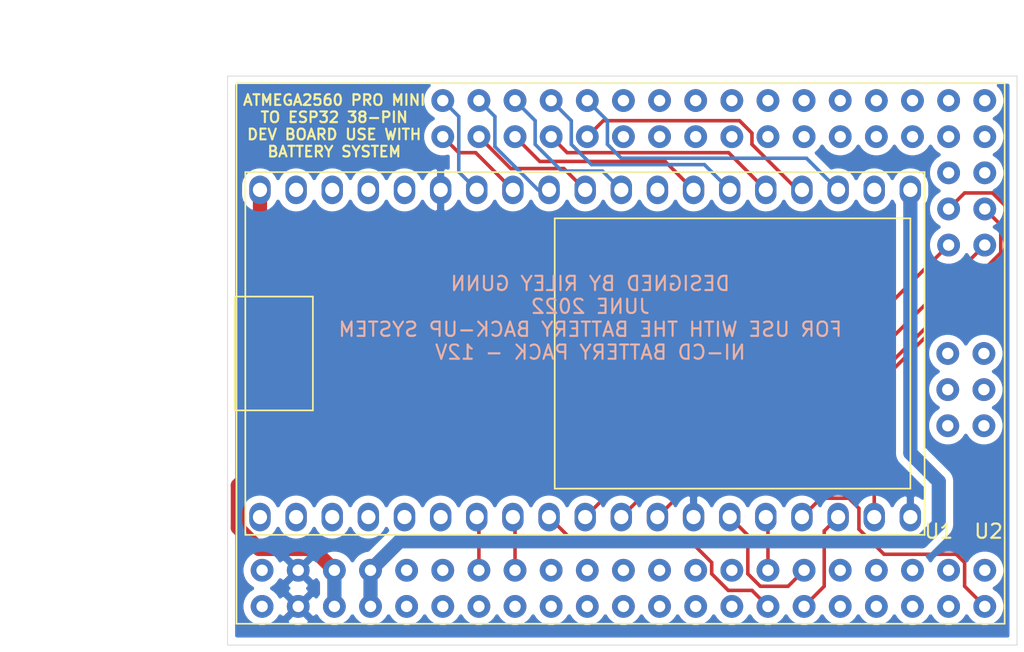
<source format=kicad_pcb>
(kicad_pcb (version 20171130) (host pcbnew "(5.1.6)-1")

  (general
    (thickness 1.6)
    (drawings 6)
    (tracks 101)
    (zones 0)
    (modules 2)
    (nets 96)
  )

  (page A4)
  (layers
    (0 F.Cu signal)
    (31 B.Cu signal)
    (32 B.Adhes user)
    (33 F.Adhes user)
    (34 B.Paste user)
    (35 F.Paste user)
    (36 B.SilkS user)
    (37 F.SilkS user)
    (38 B.Mask user)
    (39 F.Mask user)
    (40 Dwgs.User user)
    (41 Cmts.User user)
    (42 Eco1.User user)
    (43 Eco2.User user)
    (44 Edge.Cuts user)
    (45 Margin user)
    (46 B.CrtYd user)
    (47 F.CrtYd user)
    (48 B.Fab user)
    (49 F.Fab user)
  )

  (setup
    (last_trace_width 0.25)
    (trace_clearance 0.2)
    (zone_clearance 0.508)
    (zone_45_only no)
    (trace_min 0.2)
    (via_size 0.8)
    (via_drill 0.4)
    (via_min_size 0.4)
    (via_min_drill 0.3)
    (uvia_size 0.3)
    (uvia_drill 0.1)
    (uvias_allowed no)
    (uvia_min_size 0.2)
    (uvia_min_drill 0.1)
    (edge_width 0.05)
    (segment_width 0.2)
    (pcb_text_width 0.3)
    (pcb_text_size 1.5 1.5)
    (mod_edge_width 0.12)
    (mod_text_size 1 1)
    (mod_text_width 0.15)
    (pad_size 1.524 1.524)
    (pad_drill 0.762)
    (pad_to_mask_clearance 0.05)
    (aux_axis_origin 0 0)
    (visible_elements FFFFFF7F)
    (pcbplotparams
      (layerselection 0x010fc_ffffffff)
      (usegerberextensions false)
      (usegerberattributes true)
      (usegerberadvancedattributes true)
      (creategerberjobfile true)
      (excludeedgelayer true)
      (linewidth 0.100000)
      (plotframeref false)
      (viasonmask false)
      (mode 1)
      (useauxorigin false)
      (hpglpennumber 1)
      (hpglpenspeed 20)
      (hpglpendiameter 15.000000)
      (psnegative false)
      (psa4output false)
      (plotreference true)
      (plotvalue true)
      (plotinvisibletext false)
      (padsonsilk false)
      (subtractmaskfromsilk false)
      (outputformat 1)
      (mirror false)
      (drillshape 0)
      (scaleselection 1)
      (outputdirectory "GERBERS/"))
  )

  (net 0 "")
  (net 1 SCL)
  (net 2 SDA)
  (net 3 GND)
  (net 4 MISO)
  (net 5 SCK)
  (net 6 CS)
  (net 7 "Net-(U1-Pad25)")
  (net 8 EXTERNAL_INTERRUPT)
  (net 9 CHARGE_CONTROL_SIGNAL)
  (net 10 BUS_CONNECT_SIGNAL)
  (net 11 DATA)
  (net 12 STATUS_CHECK)
  (net 13 5V)
  (net 14 "Net-(U1-Pad18)")
  (net 15 "Net-(U1-Pad17)")
  (net 16 "Net-(U1-Pad16)")
  (net 17 "Net-(U1-Pad15)")
  (net 18 A9)
  (net 19 A8)
  (net 20 A7)
  (net 21 A6)
  (net 22 A5)
  (net 23 A4)
  (net 24 A3)
  (net 25 A2)
  (net 26 A1)
  (net 27 A0)
  (net 28 "Net-(U1-Pad2)")
  (net 29 3V3)
  (net 30 "Net-(U2-Pad74)")
  (net 31 "Net-(U2-Pad73)")
  (net 32 "Net-(U2-Pad72)")
  (net 33 "Net-(U2-Pad71)")
  (net 34 "Net-(U2-Pad70)")
  (net 35 "Net-(U2-Pad69)")
  (net 36 "Net-(U2-Pad68)")
  (net 37 "Net-(U2-Pad67)")
  (net 38 "Net-(U2-Pad66)")
  (net 39 "Net-(U2-Pad65)")
  (net 40 "Net-(U2-Pad64)")
  (net 41 "Net-(U2-Pad63)")
  (net 42 "Net-(U2-Pad62)")
  (net 43 "Net-(U2-Pad61)")
  (net 44 "Net-(U2-Pad60)")
  (net 45 "Net-(U2-Pad59)")
  (net 46 A15)
  (net 47 "Net-(U2-Pad57)")
  (net 48 "Net-(U2-Pad56)")
  (net 49 "Net-(U2-Pad55)")
  (net 50 "Net-(U2-Pad54)")
  (net 51 "Net-(U2-Pad53)")
  (net 52 "Net-(U2-Pad41)")
  (net 53 "Net-(U2-Pad40)")
  (net 54 "Net-(U2-Pad39)")
  (net 55 "Net-(U2-Pad38)")
  (net 56 "Net-(U2-Pad37)")
  (net 57 "Net-(U2-Pad36)")
  (net 58 "Net-(U2-Pad35)")
  (net 59 "Net-(U2-Pad34)")
  (net 60 "Net-(U2-Pad33)")
  (net 61 "Net-(U2-Pad28)")
  (net 62 "Net-(U2-Pad27)")
  (net 63 "Net-(U2-Pad26)")
  (net 64 "Net-(U2-Pad25)")
  (net 65 "Net-(U2-Pad24)")
  (net 66 "Net-(U2-Pad23)")
  (net 67 "Net-(U2-Pad22)")
  (net 68 "Net-(U2-Pad21)")
  (net 69 "Net-(U2-Pad20)")
  (net 70 "Net-(U2-Pad19)")
  (net 71 D7)
  (net 72 D6)
  (net 73 "Net-(U2-Pad16)")
  (net 74 "Net-(U2-Pad14)")
  (net 75 "Net-(U2-Pad12)")
  (net 76 "Net-(U2-Pad11)")
  (net 77 "Net-(U2-Pad10)")
  (net 78 AREF)
  (net 79 "Net-(U2-Pad2)")
  (net 80 "Net-(U2-Pad85)")
  (net 81 "Net-(U2-Pad83)")
  (net 82 "Net-(U2-Pad81)")
  (net 83 "Net-(U2-Pad86)")
  (net 84 "Net-(U2-Pad84)")
  (net 85 "Net-(U2-Pad82)")
  (net 86 "Net-(U2-Pad75)")
  (net 87 MOSI)
  (net 88 "Net-(U2-Pad76)")
  (net 89 "Net-(U2-Pad1)")
  (net 90 "Net-(U1-Pad8)")
  (net 91 "Net-(U1-Pad24)")
  (net 92 "Net-(U1-Pad23)")
  (net 93 "Net-(U1-Pad22)")
  (net 94 "Net-(U1-Pad21)")
  (net 95 "Net-(U1-Pad20)")

  (net_class Default "This is the default net class."
    (clearance 0.2)
    (trace_width 0.25)
    (via_dia 0.8)
    (via_drill 0.4)
    (uvia_dia 0.3)
    (uvia_drill 0.1)
    (add_net A0)
    (add_net A1)
    (add_net A15)
    (add_net A2)
    (add_net A3)
    (add_net A4)
    (add_net A5)
    (add_net A6)
    (add_net A7)
    (add_net A8)
    (add_net A9)
    (add_net AREF)
    (add_net BUS_CONNECT_SIGNAL)
    (add_net CHARGE_CONTROL_SIGNAL)
    (add_net CS)
    (add_net D6)
    (add_net D7)
    (add_net DATA)
    (add_net EXTERNAL_INTERRUPT)
    (add_net GND)
    (add_net MISO)
    (add_net MOSI)
    (add_net "Net-(U1-Pad15)")
    (add_net "Net-(U1-Pad16)")
    (add_net "Net-(U1-Pad17)")
    (add_net "Net-(U1-Pad18)")
    (add_net "Net-(U1-Pad2)")
    (add_net "Net-(U1-Pad20)")
    (add_net "Net-(U1-Pad21)")
    (add_net "Net-(U1-Pad22)")
    (add_net "Net-(U1-Pad23)")
    (add_net "Net-(U1-Pad24)")
    (add_net "Net-(U1-Pad25)")
    (add_net "Net-(U1-Pad8)")
    (add_net "Net-(U2-Pad1)")
    (add_net "Net-(U2-Pad10)")
    (add_net "Net-(U2-Pad11)")
    (add_net "Net-(U2-Pad12)")
    (add_net "Net-(U2-Pad14)")
    (add_net "Net-(U2-Pad16)")
    (add_net "Net-(U2-Pad19)")
    (add_net "Net-(U2-Pad2)")
    (add_net "Net-(U2-Pad20)")
    (add_net "Net-(U2-Pad21)")
    (add_net "Net-(U2-Pad22)")
    (add_net "Net-(U2-Pad23)")
    (add_net "Net-(U2-Pad24)")
    (add_net "Net-(U2-Pad25)")
    (add_net "Net-(U2-Pad26)")
    (add_net "Net-(U2-Pad27)")
    (add_net "Net-(U2-Pad28)")
    (add_net "Net-(U2-Pad33)")
    (add_net "Net-(U2-Pad34)")
    (add_net "Net-(U2-Pad35)")
    (add_net "Net-(U2-Pad36)")
    (add_net "Net-(U2-Pad37)")
    (add_net "Net-(U2-Pad38)")
    (add_net "Net-(U2-Pad39)")
    (add_net "Net-(U2-Pad40)")
    (add_net "Net-(U2-Pad41)")
    (add_net "Net-(U2-Pad53)")
    (add_net "Net-(U2-Pad54)")
    (add_net "Net-(U2-Pad55)")
    (add_net "Net-(U2-Pad56)")
    (add_net "Net-(U2-Pad57)")
    (add_net "Net-(U2-Pad59)")
    (add_net "Net-(U2-Pad60)")
    (add_net "Net-(U2-Pad61)")
    (add_net "Net-(U2-Pad62)")
    (add_net "Net-(U2-Pad63)")
    (add_net "Net-(U2-Pad64)")
    (add_net "Net-(U2-Pad65)")
    (add_net "Net-(U2-Pad66)")
    (add_net "Net-(U2-Pad67)")
    (add_net "Net-(U2-Pad68)")
    (add_net "Net-(U2-Pad69)")
    (add_net "Net-(U2-Pad70)")
    (add_net "Net-(U2-Pad71)")
    (add_net "Net-(U2-Pad72)")
    (add_net "Net-(U2-Pad73)")
    (add_net "Net-(U2-Pad74)")
    (add_net "Net-(U2-Pad75)")
    (add_net "Net-(U2-Pad76)")
    (add_net "Net-(U2-Pad81)")
    (add_net "Net-(U2-Pad82)")
    (add_net "Net-(U2-Pad83)")
    (add_net "Net-(U2-Pad84)")
    (add_net "Net-(U2-Pad85)")
    (add_net "Net-(U2-Pad86)")
    (add_net SCK)
    (add_net SCL)
    (add_net SDA)
    (add_net STATUS_CHECK)
  )

  (net_class POWER ""
    (clearance 0.2)
    (trace_width 1)
    (via_dia 0.8)
    (via_drill 0.4)
    (uvia_dia 0.3)
    (uvia_drill 0.1)
    (add_net 3V3)
    (add_net 5V)
  )

  (module "ESP32 Adapter Board:ESP32_38PIN" (layer F.Cu) (tedit 62BC8DEC) (tstamp 62BCA6B8)
    (at 187 60.5 270)
    (path /62BBB247)
    (fp_text reference U1 (at 24 -2 180) (layer F.SilkS)
      (effects (font (size 1 1) (thickness 0.15)))
    )
    (fp_text value ESP32_Dev_Board_38p (at 0 -3 90) (layer F.Fab)
      (effects (font (size 1 1) (thickness 0.15)))
    )
    (fp_line (start 7.5 47.5) (end 15.5 47.5) (layer F.SilkS) (width 0.12))
    (fp_line (start 7.5 42) (end 7.5 47.5) (layer F.SilkS) (width 0.12))
    (fp_line (start 15.5 42) (end 7.5 42) (layer F.SilkS) (width 0.12))
    (fp_line (start 15.5 47.5) (end 15.5 42) (layer F.SilkS) (width 0.12))
    (fp_line (start 21 0) (end 2 0) (layer F.SilkS) (width 0.12))
    (fp_line (start 21 25) (end 21 0) (layer F.SilkS) (width 0.12))
    (fp_line (start 2 25) (end 21 25) (layer F.SilkS) (width 0.12))
    (fp_line (start 2 0) (end 2 25) (layer F.SilkS) (width 0.12))
    (fp_line (start 24.25 -1) (end -1.25 -1) (layer F.SilkS) (width 0.12))
    (fp_line (start 24.25 46.75) (end 24.25 -1) (layer F.SilkS) (width 0.12))
    (fp_line (start -1.25 46.75) (end 24.25 46.75) (layer F.SilkS) (width 0.12))
    (fp_line (start -1.25 -1) (end -1.25 46.75) (layer F.SilkS) (width 0.12))
    (pad 38 thru_hole oval (at 23 0 270) (size 2 1.5) (drill 1) (layers *.Cu *.Mask)
      (net 3 GND))
    (pad 37 thru_hole oval (at 23 2.54 270) (size 2 1.5) (drill 1) (layers *.Cu *.Mask)
      (net 87 MOSI))
    (pad 36 thru_hole oval (at 23 5.08 270) (size 2 1.5) (drill 1) (layers *.Cu *.Mask)
      (net 1 SCL))
    (pad 35 thru_hole oval (at 23 7.62 270) (size 2 1.5) (drill 1) (layers *.Cu *.Mask)
      (net 10 BUS_CONNECT_SIGNAL))
    (pad 34 thru_hole oval (at 23 10.16 270) (size 2 1.5) (drill 1) (layers *.Cu *.Mask)
      (net 12 STATUS_CHECK))
    (pad 33 thru_hole oval (at 23 12.7 270) (size 2 1.5) (drill 1) (layers *.Cu *.Mask)
      (net 2 SDA))
    (pad 32 thru_hole oval (at 23 15.24 270) (size 2 1.5) (drill 1) (layers *.Cu *.Mask)
      (net 3 GND))
    (pad 31 thru_hole oval (at 23 17.78 270) (size 2 1.5) (drill 1) (layers *.Cu *.Mask)
      (net 4 MISO))
    (pad 30 thru_hole oval (at 23 20.32 270) (size 2 1.5) (drill 1) (layers *.Cu *.Mask)
      (net 5 SCK))
    (pad 29 thru_hole oval (at 23 22.86 270) (size 2 1.5) (drill 1) (layers *.Cu *.Mask)
      (net 6 CS))
    (pad 28 thru_hole oval (at 23 25.4 270) (size 2 1.5) (drill 1) (layers *.Cu *.Mask)
      (net 8 EXTERNAL_INTERRUPT))
    (pad 27 thru_hole oval (at 23 27.94 270) (size 2 1.5) (drill 1) (layers *.Cu *.Mask)
      (net 9 CHARGE_CONTROL_SIGNAL))
    (pad 26 thru_hole oval (at 23 30.48 270) (size 2 1.5) (drill 1) (layers *.Cu *.Mask)
      (net 11 DATA))
    (pad 25 thru_hole oval (at 23 33.02 270) (size 2 1.5) (drill 1) (layers *.Cu *.Mask)
      (net 7 "Net-(U1-Pad25)"))
    (pad 24 thru_hole oval (at 23 35.56 270) (size 2 1.5) (drill 1) (layers *.Cu *.Mask)
      (net 91 "Net-(U1-Pad24)"))
    (pad 23 thru_hole oval (at 23 38.1 270) (size 2 1.5) (drill 1) (layers *.Cu *.Mask)
      (net 92 "Net-(U1-Pad23)"))
    (pad 22 thru_hole oval (at 23 40.64 270) (size 2 1.5) (drill 1) (layers *.Cu *.Mask)
      (net 93 "Net-(U1-Pad22)"))
    (pad 21 thru_hole oval (at 23 43.18 270) (size 2 1.5) (drill 1) (layers *.Cu *.Mask)
      (net 94 "Net-(U1-Pad21)"))
    (pad 20 thru_hole oval (at 23 45.72 270) (size 2 1.5) (drill 1) (layers *.Cu *.Mask)
      (net 95 "Net-(U1-Pad20)"))
    (pad 19 thru_hole oval (at 0 45.72 270) (size 2 1.5) (drill 1) (layers *.Cu *.Mask)
      (net 13 5V))
    (pad 18 thru_hole oval (at 0 43.18 270) (size 2 1.5) (drill 1) (layers *.Cu *.Mask)
      (net 14 "Net-(U1-Pad18)"))
    (pad 17 thru_hole oval (at 0 40.64 270) (size 2 1.5) (drill 1) (layers *.Cu *.Mask)
      (net 15 "Net-(U1-Pad17)"))
    (pad 16 thru_hole oval (at 0 38.1 270) (size 2 1.5) (drill 1) (layers *.Cu *.Mask)
      (net 16 "Net-(U1-Pad16)"))
    (pad 15 thru_hole oval (at 0 35.56 270) (size 2 1.5) (drill 1) (layers *.Cu *.Mask)
      (net 17 "Net-(U1-Pad15)"))
    (pad 14 thru_hole oval (at 0 33.02 270) (size 2 1.5) (drill 1) (layers *.Cu *.Mask)
      (net 3 GND))
    (pad 13 thru_hole oval (at 0 30.48 270) (size 2 1.5) (drill 1) (layers *.Cu *.Mask)
      (net 27 A0))
    (pad 12 thru_hole oval (at 0 27.94 270) (size 2 1.5) (drill 1) (layers *.Cu *.Mask)
      (net 26 A1))
    (pad 11 thru_hole oval (at 0 25.4 270) (size 2 1.5) (drill 1) (layers *.Cu *.Mask)
      (net 25 A2))
    (pad 10 thru_hole oval (at 0 22.86 270) (size 2 1.5) (drill 1) (layers *.Cu *.Mask)
      (net 24 A3))
    (pad 9 thru_hole oval (at 0 20.32 270) (size 2 1.5) (drill 1) (layers *.Cu *.Mask)
      (net 23 A4))
    (pad 8 thru_hole oval (at 0 17.78 270) (size 2 1.5) (drill 1) (layers *.Cu *.Mask)
      (net 90 "Net-(U1-Pad8)"))
    (pad 7 thru_hole oval (at 0 15.24 270) (size 2 1.5) (drill 1) (layers *.Cu *.Mask)
      (net 22 A5))
    (pad 6 thru_hole oval (at 0 12.7 270) (size 2 1.5) (drill 1) (layers *.Cu *.Mask)
      (net 21 A6))
    (pad 5 thru_hole oval (at 0 10.16 270) (size 2 1.5) (drill 1) (layers *.Cu *.Mask)
      (net 20 A7))
    (pad 4 thru_hole oval (at 0 7.62 270) (size 2 1.5) (drill 1) (layers *.Cu *.Mask)
      (net 18 A9))
    (pad 3 thru_hole oval (at 0 5.08 270) (size 2 1.5) (drill 1) (layers *.Cu *.Mask)
      (net 19 A8))
    (pad 2 thru_hole oval (at 0 2.54 270) (size 2 1.5) (drill 1) (layers *.Cu *.Mask)
      (net 28 "Net-(U1-Pad2)"))
    (pad 1 thru_hole oval (at 0 0 270) (size 2 1.5) (drill 1) (layers *.Cu *.Mask)
      (net 29 3V3))
  )

  (module "NiCd Battery Tester:MEGA 2560 PRO MINI_NO_MOUNTS" (layer F.Cu) (tedit 6074C16F) (tstamp 62BCAE65)
    (at 139.629999 91)
    (path /62BB77F6)
    (fp_text reference U2 (at 52.870001 -6.5) (layer F.SilkS)
      (effects (font (size 1 1) (thickness 0.15)))
    )
    (fp_text value NiCd-Battery-Tester-PCB-Rev-3-rescue_MEGA_2560_PRO_MINI-NiCd_Battery_Tester (at 16 -43) (layer F.Fab)
      (effects (font (size 1 1) (thickness 0.15)))
    )
    (fp_line (start 0 0) (end 0 -38) (layer F.SilkS) (width 0.12))
    (fp_line (start 54 0) (end 0 0) (layer F.SilkS) (width 0.12))
    (fp_line (start 54 -38) (end 54 0) (layer F.SilkS) (width 0.12))
    (fp_line (start 0 -38) (end 54 -38) (layer F.SilkS) (width 0.12))
    (pad 74 thru_hole circle (at 52.6 -34.24) (size 1.6 1.6) (drill 0.8) (layers *.Cu *.Mask)
      (net 30 "Net-(U2-Pad74)"))
    (pad 73 thru_hole circle (at 52.6 -36.78) (size 1.6 1.6) (drill 0.8) (layers *.Cu *.Mask)
      (net 31 "Net-(U2-Pad73)"))
    (pad 72 thru_hole circle (at 50.06 -34.24) (size 1.6 1.6) (drill 0.8) (layers *.Cu *.Mask)
      (net 32 "Net-(U2-Pad72)"))
    (pad 71 thru_hole circle (at 50.06 -36.78) (size 1.6 1.6) (drill 0.8) (layers *.Cu *.Mask)
      (net 33 "Net-(U2-Pad71)"))
    (pad 70 thru_hole circle (at 47.52 -34.24) (size 1.6 1.6) (drill 0.8) (layers *.Cu *.Mask)
      (net 34 "Net-(U2-Pad70)"))
    (pad 69 thru_hole circle (at 47.52 -36.78) (size 1.6 1.6) (drill 0.8) (layers *.Cu *.Mask)
      (net 35 "Net-(U2-Pad69)"))
    (pad 68 thru_hole circle (at 44.98 -34.24) (size 1.6 1.6) (drill 0.8) (layers *.Cu *.Mask)
      (net 36 "Net-(U2-Pad68)"))
    (pad 67 thru_hole circle (at 44.98 -36.78) (size 1.6 1.6) (drill 0.8) (layers *.Cu *.Mask)
      (net 37 "Net-(U2-Pad67)"))
    (pad 66 thru_hole circle (at 42.44 -34.24) (size 1.6 1.6) (drill 0.8) (layers *.Cu *.Mask)
      (net 38 "Net-(U2-Pad66)"))
    (pad 65 thru_hole circle (at 42.44 -36.78) (size 1.6 1.6) (drill 0.8) (layers *.Cu *.Mask)
      (net 39 "Net-(U2-Pad65)"))
    (pad 64 thru_hole circle (at 39.9 -34.24) (size 1.6 1.6) (drill 0.8) (layers *.Cu *.Mask)
      (net 40 "Net-(U2-Pad64)"))
    (pad 63 thru_hole circle (at 39.9 -36.78) (size 1.6 1.6) (drill 0.8) (layers *.Cu *.Mask)
      (net 41 "Net-(U2-Pad63)"))
    (pad 62 thru_hole circle (at 37.36 -34.24) (size 1.6 1.6) (drill 0.8) (layers *.Cu *.Mask)
      (net 42 "Net-(U2-Pad62)"))
    (pad 61 thru_hole circle (at 37.36 -36.78) (size 1.6 1.6) (drill 0.8) (layers *.Cu *.Mask)
      (net 43 "Net-(U2-Pad61)"))
    (pad 60 thru_hole circle (at 34.82 -34.24) (size 1.6 1.6) (drill 0.8) (layers *.Cu *.Mask)
      (net 44 "Net-(U2-Pad60)"))
    (pad 59 thru_hole circle (at 34.82 -36.78) (size 1.6 1.6) (drill 0.8) (layers *.Cu *.Mask)
      (net 45 "Net-(U2-Pad59)"))
    (pad 58 thru_hole circle (at 32.28 -34.24) (size 1.6 1.6) (drill 0.8) (layers *.Cu *.Mask)
      (net 46 A15))
    (pad 57 thru_hole circle (at 32.28 -36.78) (size 1.6 1.6) (drill 0.8) (layers *.Cu *.Mask)
      (net 47 "Net-(U2-Pad57)"))
    (pad 56 thru_hole circle (at 29.74 -34.24) (size 1.6 1.6) (drill 0.8) (layers *.Cu *.Mask)
      (net 48 "Net-(U2-Pad56)"))
    (pad 55 thru_hole circle (at 29.74 -36.78) (size 1.6 1.6) (drill 0.8) (layers *.Cu *.Mask)
      (net 49 "Net-(U2-Pad55)"))
    (pad 54 thru_hole circle (at 27.2 -34.24) (size 1.6 1.6) (drill 0.8) (layers *.Cu *.Mask)
      (net 50 "Net-(U2-Pad54)"))
    (pad 53 thru_hole circle (at 27.2 -36.78) (size 1.6 1.6) (drill 0.8) (layers *.Cu *.Mask)
      (net 51 "Net-(U2-Pad53)"))
    (pad 52 thru_hole circle (at 24.66 -34.24) (size 1.6 1.6) (drill 0.8) (layers *.Cu *.Mask)
      (net 18 A9))
    (pad 51 thru_hole circle (at 24.66 -36.78) (size 1.6 1.6) (drill 0.8) (layers *.Cu *.Mask)
      (net 19 A8))
    (pad 50 thru_hole circle (at 22.12 -34.24) (size 1.6 1.6) (drill 0.8) (layers *.Cu *.Mask)
      (net 20 A7))
    (pad 49 thru_hole circle (at 22.12 -36.78) (size 1.6 1.6) (drill 0.8) (layers *.Cu *.Mask)
      (net 21 A6))
    (pad 48 thru_hole circle (at 19.58 -34.24) (size 1.6 1.6) (drill 0.8) (layers *.Cu *.Mask)
      (net 22 A5))
    (pad 47 thru_hole circle (at 19.58 -36.78) (size 1.6 1.6) (drill 0.8) (layers *.Cu *.Mask)
      (net 23 A4))
    (pad 46 thru_hole circle (at 17.04 -34.24) (size 1.6 1.6) (drill 0.8) (layers *.Cu *.Mask)
      (net 24 A3))
    (pad 45 thru_hole circle (at 17.04 -36.78) (size 1.6 1.6) (drill 0.8) (layers *.Cu *.Mask)
      (net 25 A2))
    (pad 44 thru_hole circle (at 14.5 -34.24) (size 1.6 1.6) (drill 0.8) (layers *.Cu *.Mask)
      (net 26 A1))
    (pad 42 thru_hole circle (at 52.6 -1.22) (size 1.6 1.6) (drill 0.8) (layers *.Cu *.Mask)
      (net 10 BUS_CONNECT_SIGNAL))
    (pad 41 thru_hole circle (at 52.6 -3.76) (size 1.6 1.6) (drill 0.8) (layers *.Cu *.Mask)
      (net 52 "Net-(U2-Pad41)"))
    (pad 40 thru_hole circle (at 50.06 -1.22) (size 1.6 1.6) (drill 0.8) (layers *.Cu *.Mask)
      (net 53 "Net-(U2-Pad40)"))
    (pad 39 thru_hole circle (at 50.06 -3.76) (size 1.6 1.6) (drill 0.8) (layers *.Cu *.Mask)
      (net 54 "Net-(U2-Pad39)"))
    (pad 38 thru_hole circle (at 47.52 -1.22) (size 1.6 1.6) (drill 0.8) (layers *.Cu *.Mask)
      (net 55 "Net-(U2-Pad38)"))
    (pad 37 thru_hole circle (at 47.52 -3.76) (size 1.6 1.6) (drill 0.8) (layers *.Cu *.Mask)
      (net 56 "Net-(U2-Pad37)"))
    (pad 36 thru_hole circle (at 44.98 -1.22) (size 1.6 1.6) (drill 0.8) (layers *.Cu *.Mask)
      (net 57 "Net-(U2-Pad36)"))
    (pad 35 thru_hole circle (at 44.98 -3.76) (size 1.6 1.6) (drill 0.8) (layers *.Cu *.Mask)
      (net 58 "Net-(U2-Pad35)"))
    (pad 34 thru_hole circle (at 42.44 -1.22) (size 1.6 1.6) (drill 0.8) (layers *.Cu *.Mask)
      (net 59 "Net-(U2-Pad34)"))
    (pad 33 thru_hole circle (at 42.44 -3.76) (size 1.6 1.6) (drill 0.8) (layers *.Cu *.Mask)
      (net 60 "Net-(U2-Pad33)"))
    (pad 32 thru_hole circle (at 39.9 -1.22) (size 1.6 1.6) (drill 0.8) (layers *.Cu *.Mask)
      (net 1 SCL))
    (pad 31 thru_hole circle (at 39.9 -3.76) (size 1.6 1.6) (drill 0.8) (layers *.Cu *.Mask)
      (net 2 SDA))
    (pad 30 thru_hole circle (at 37.36 -1.22) (size 1.6 1.6) (drill 0.8) (layers *.Cu *.Mask)
      (net 8 EXTERNAL_INTERRUPT))
    (pad 29 thru_hole circle (at 37.36 -3.76) (size 1.6 1.6) (drill 0.8) (layers *.Cu *.Mask)
      (net 12 STATUS_CHECK))
    (pad 28 thru_hole circle (at 34.82 -1.22) (size 1.6 1.6) (drill 0.8) (layers *.Cu *.Mask)
      (net 61 "Net-(U2-Pad28)"))
    (pad 27 thru_hole circle (at 34.82 -3.76) (size 1.6 1.6) (drill 0.8) (layers *.Cu *.Mask)
      (net 62 "Net-(U2-Pad27)"))
    (pad 26 thru_hole circle (at 32.28 -1.22) (size 1.6 1.6) (drill 0.8) (layers *.Cu *.Mask)
      (net 63 "Net-(U2-Pad26)"))
    (pad 25 thru_hole circle (at 32.28 -3.76) (size 1.6 1.6) (drill 0.8) (layers *.Cu *.Mask)
      (net 64 "Net-(U2-Pad25)"))
    (pad 24 thru_hole circle (at 29.74 -1.22) (size 1.6 1.6) (drill 0.8) (layers *.Cu *.Mask)
      (net 65 "Net-(U2-Pad24)"))
    (pad 23 thru_hole circle (at 29.74 -3.76) (size 1.6 1.6) (drill 0.8) (layers *.Cu *.Mask)
      (net 66 "Net-(U2-Pad23)"))
    (pad 22 thru_hole circle (at 27.2 -1.22) (size 1.6 1.6) (drill 0.8) (layers *.Cu *.Mask)
      (net 67 "Net-(U2-Pad22)"))
    (pad 21 thru_hole circle (at 27.2 -3.76) (size 1.6 1.6) (drill 0.8) (layers *.Cu *.Mask)
      (net 68 "Net-(U2-Pad21)"))
    (pad 20 thru_hole circle (at 24.66 -1.22) (size 1.6 1.6) (drill 0.8) (layers *.Cu *.Mask)
      (net 69 "Net-(U2-Pad20)"))
    (pad 19 thru_hole circle (at 24.66 -3.76) (size 1.6 1.6) (drill 0.8) (layers *.Cu *.Mask)
      (net 70 "Net-(U2-Pad19)"))
    (pad 18 thru_hole circle (at 22.12 -1.22) (size 1.6 1.6) (drill 0.8) (layers *.Cu *.Mask)
      (net 71 D7))
    (pad 17 thru_hole circle (at 22.12 -3.76) (size 1.6 1.6) (drill 0.8) (layers *.Cu *.Mask)
      (net 72 D6))
    (pad 16 thru_hole circle (at 19.58 -1.22) (size 1.6 1.6) (drill 0.8) (layers *.Cu *.Mask)
      (net 73 "Net-(U2-Pad16)"))
    (pad 15 thru_hole circle (at 19.58 -3.76) (size 1.6 1.6) (drill 0.8) (layers *.Cu *.Mask)
      (net 9 CHARGE_CONTROL_SIGNAL))
    (pad 14 thru_hole circle (at 17.04 -1.22) (size 1.6 1.6) (drill 0.8) (layers *.Cu *.Mask)
      (net 74 "Net-(U2-Pad14)"))
    (pad 13 thru_hole circle (at 17.04 -3.76) (size 1.6 1.6) (drill 0.8) (layers *.Cu *.Mask)
      (net 11 DATA))
    (pad 12 thru_hole circle (at 14.5 -1.22) (size 1.6 1.6) (drill 0.8) (layers *.Cu *.Mask)
      (net 75 "Net-(U2-Pad12)"))
    (pad 11 thru_hole circle (at 14.5 -3.76) (size 1.6 1.6) (drill 0.8) (layers *.Cu *.Mask)
      (net 76 "Net-(U2-Pad11)"))
    (pad 10 thru_hole circle (at 11.96 -1.22) (size 1.6 1.6) (drill 0.8) (layers *.Cu *.Mask)
      (net 77 "Net-(U2-Pad10)"))
    (pad 9 thru_hole circle (at 11.96 -3.76) (size 1.6 1.6) (drill 0.8) (layers *.Cu *.Mask)
      (net 78 AREF))
    (pad 8 thru_hole circle (at 9.42 -1.22) (size 1.6 1.6) (drill 0.8) (layers *.Cu *.Mask)
      (net 29 3V3))
    (pad 7 thru_hole circle (at 9.42 -3.76) (size 1.6 1.6) (drill 0.8) (layers *.Cu *.Mask)
      (net 29 3V3))
    (pad 6 thru_hole circle (at 6.88 -1.22) (size 1.6 1.6) (drill 0.8) (layers *.Cu *.Mask)
      (net 13 5V))
    (pad 5 thru_hole circle (at 6.88 -3.76) (size 1.6 1.6) (drill 0.8) (layers *.Cu *.Mask)
      (net 13 5V))
    (pad 4 thru_hole circle (at 4.34 -1.22) (size 1.6 1.6) (drill 0.8) (layers *.Cu *.Mask)
      (net 3 GND))
    (pad 3 thru_hole circle (at 4.34 -3.76) (size 1.6 1.6) (drill 0.8) (layers *.Cu *.Mask)
      (net 3 GND))
    (pad 2 thru_hole circle (at 1.8 -1.22) (size 1.6 1.6) (drill 0.8) (layers *.Cu *.Mask)
      (net 79 "Net-(U2-Pad2)"))
    (pad 85 thru_hole circle (at 52.54 -13.92) (size 1.6 1.6) (drill 0.8) (layers *.Cu *.Mask)
      (net 80 "Net-(U2-Pad85)"))
    (pad 83 thru_hole circle (at 52.54 -16.46) (size 1.6 1.6) (drill 0.8) (layers *.Cu *.Mask)
      (net 81 "Net-(U2-Pad83)"))
    (pad 81 thru_hole circle (at 52.54 -19) (size 1.6 1.6) (drill 0.8) (layers *.Cu *.Mask)
      (net 82 "Net-(U2-Pad81)"))
    (pad 86 thru_hole circle (at 50 -13.92) (size 1.6 1.6) (drill 0.8) (layers *.Cu *.Mask)
      (net 83 "Net-(U2-Pad86)"))
    (pad 84 thru_hole circle (at 50 -16.46) (size 1.6 1.6) (drill 0.8) (layers *.Cu *.Mask)
      (net 84 "Net-(U2-Pad84)"))
    (pad 82 thru_hole circle (at 50 -19) (size 1.6 1.6) (drill 0.8) (layers *.Cu *.Mask)
      (net 85 "Net-(U2-Pad82)"))
    (pad 79 thru_hole circle (at 52.6 -26.62) (size 1.6 1.6) (drill 0.8) (layers *.Cu *.Mask)
      (net 5 SCK))
    (pad 77 thru_hole circle (at 52.6 -29.16) (size 1.6 1.6) (drill 0.8) (layers *.Cu *.Mask)
      (net 4 MISO))
    (pad 75 thru_hole circle (at 52.6 -31.7) (size 1.6 1.6) (drill 0.8) (layers *.Cu *.Mask)
      (net 86 "Net-(U2-Pad75)"))
    (pad 80 thru_hole circle (at 50.06 -26.62) (size 1.6 1.6) (drill 0.8) (layers *.Cu *.Mask)
      (net 6 CS))
    (pad 78 thru_hole circle (at 50.06 -29.16) (size 1.6 1.6) (drill 0.8) (layers *.Cu *.Mask)
      (net 87 MOSI))
    (pad 76 thru_hole circle (at 50.06 -31.7) (size 1.6 1.6) (drill 0.8) (layers *.Cu *.Mask)
      (net 88 "Net-(U2-Pad76)"))
    (pad 43 thru_hole circle (at 14.5 -36.78) (size 1.6 1.6) (drill 0.8) (layers *.Cu *.Mask)
      (net 27 A0))
    (pad 1 thru_hole circle (at 1.8 -3.76) (size 1.6 1.6) (drill 0.8) (layers *.Cu *.Mask)
      (net 89 "Net-(U2-Pad1)"))
    (model ${KISYS3DMOD}/Connector_PinSocket_2.54mm.3dshapes/PinSocket_2x21_P2.54mm_Vertical.step
      (offset (xyz 52.54 1.27 0))
      (scale (xyz 1 1 1))
      (rotate (xyz 0 0 90))
    )
    (model ${KISYS3DMOD}/Connector_PinSocket_2.54mm.3dshapes/PinSocket_2x03_P2.54mm_Vertical.step
      (offset (xyz 52.54 19 0))
      (scale (xyz 1 1 1))
      (rotate (xyz 0 0 0))
    )
    (model ${KISYS3DMOD}/Connector_PinSocket_2.54mm.3dshapes/PinSocket_2x03_P2.54mm_Vertical.step
      (offset (xyz 52.54 31.8 0))
      (scale (xyz 1 1 1))
      (rotate (xyz 0 0 0))
    )
    (model ${KISYS3DMOD}/Connector_PinSocket_2.54mm.3dshapes/PinSocket_2x16_P2.54mm_Vertical.step
      (offset (xyz 52.54 34.2 0))
      (scale (xyz 1 1 1))
      (rotate (xyz 0 0 90))
    )
    (model ${KISYS3DMOD}/Connector_PinHeader_2.54mm.3dshapes/PinHeader_2x21_P2.54mm_Vertical.step
      (offset (xyz 1.7 3.8 10))
      (scale (xyz 1 1 1))
      (rotate (xyz 180 0 90))
    )
    (model "${KIPRJMOD}/3D Models/MEGA 2560 PRO (EMBED).stp"
      (offset (xyz 26.9 19 10.1))
      (scale (xyz 1 1 1))
      (rotate (xyz 0 0 -90))
    )
  )

  (gr_text "DESIGNED BY RILEY GUNN\nJUNE 2022\nFOR USE WITH THE BATTERY BACK-UP SYSTEM\nNI-CD BATTERY PACK - 12V\n" (at 164.5 69.5) (layer B.SilkS)
    (effects (font (size 1 1) (thickness 0.15)) (justify mirror))
  )
  (gr_text "ATMEGA2560 PRO MINI\nTO ESP32 38-PIN\nDEV BOARD USE WITH\nBATTERY SYSTEM" (at 146.5 56) (layer F.SilkS)
    (effects (font (size 0.75 0.75) (thickness 0.15)))
  )
  (gr_line (start 139 92.5) (end 194.5 92.5) (layer Edge.Cuts) (width 0.05) (tstamp 62BCA911))
  (gr_line (start 139 52.5) (end 139 92.5) (layer Edge.Cuts) (width 0.05))
  (gr_line (start 194.5 52.5) (end 139 52.5) (layer Edge.Cuts) (width 0.05))
  (gr_line (start 194.5 92.5) (end 194.5 52.5) (layer Edge.Cuts) (width 0.05))

  (segment (start 180.944998 88.365001) (end 179.529999 89.78) (width 0.25) (layer F.Cu) (net 1))
  (segment (start 180.944998 84.475002) (end 180.944998 88.365001) (width 0.25) (layer F.Cu) (net 1))
  (segment (start 181.92 83.5) (end 180.944998 84.475002) (width 0.25) (layer F.Cu) (net 1))
  (segment (start 176.449998 88.365001) (end 178.404998 88.365001) (width 0.25) (layer F.Cu) (net 2))
  (segment (start 178.404998 88.365001) (end 179.529999 87.24) (width 0.25) (layer F.Cu) (net 2))
  (segment (start 175.575 87.490003) (end 176.449998 88.365001) (width 0.25) (layer F.Cu) (net 2))
  (segment (start 175.575 84.775) (end 175.575 87.490003) (width 0.25) (layer F.Cu) (net 2))
  (segment (start 174.3 83.5) (end 175.575 84.775) (width 0.25) (layer F.Cu) (net 2))
  (segment (start 193.355 64.920001) (end 178.775001 79.5) (width 0.25) (layer F.Cu) (net 4))
  (segment (start 192.229999 61.84) (end 193.355 62.965001) (width 0.25) (layer F.Cu) (net 4))
  (segment (start 173.22 79.5) (end 169.22 83.5) (width 0.25) (layer F.Cu) (net 4))
  (segment (start 178.775001 79.5) (end 173.22 79.5) (width 0.25) (layer F.Cu) (net 4))
  (segment (start 193.355 62.965001) (end 193.355 64.920001) (width 0.25) (layer F.Cu) (net 4))
  (segment (start 192.229999 64.38) (end 178.609999 78) (width 0.25) (layer F.Cu) (net 5))
  (segment (start 172.18 78) (end 166.68 83.5) (width 0.25) (layer F.Cu) (net 5))
  (segment (start 178.609999 78) (end 172.18 78) (width 0.25) (layer F.Cu) (net 5))
  (segment (start 171.14 76.5) (end 164.14 83.5) (width 0.25) (layer F.Cu) (net 6))
  (segment (start 189.689999 64.38) (end 177.569999 76.5) (width 0.25) (layer F.Cu) (net 6))
  (segment (start 177.569999 76.5) (end 171.14 76.5) (width 0.25) (layer F.Cu) (net 6))
  (segment (start 162.92501 84.82501) (end 161.6 83.5) (width 0.25) (layer F.Cu) (net 8))
  (segment (start 173.035 86.699999) (end 171.160011 84.82501) (width 0.25) (layer F.Cu) (net 8))
  (segment (start 173.035 87.490003) (end 173.035 86.699999) (width 0.25) (layer F.Cu) (net 8))
  (segment (start 174.199996 88.654999) (end 173.035 87.490003) (width 0.25) (layer F.Cu) (net 8))
  (segment (start 175.864998 88.654999) (end 174.199996 88.654999) (width 0.25) (layer F.Cu) (net 8))
  (segment (start 171.160011 84.82501) (end 162.92501 84.82501) (width 0.25) (layer F.Cu) (net 8))
  (segment (start 176.989999 89.78) (end 175.864998 88.654999) (width 0.25) (layer F.Cu) (net 8))
  (segment (start 159.209999 83.649999) (end 159.06 83.5) (width 0.25) (layer F.Cu) (net 9))
  (segment (start 159.209999 87.24) (end 159.209999 83.649999) (width 0.25) (layer F.Cu) (net 9))
  (segment (start 190.815 86.699999) (end 190.815 88.365001) (width 0.25) (layer F.Cu) (net 10))
  (segment (start 190.815 88.365001) (end 192.229999 89.78) (width 0.25) (layer F.Cu) (net 10))
  (segment (start 185.15 86.114999) (end 190.23 86.114999) (width 0.25) (layer F.Cu) (net 10))
  (segment (start 183.38499 82.88499) (end 183.38499 84.349989) (width 0.25) (layer F.Cu) (net 10))
  (segment (start 182.67499 82.17499) (end 183.38499 82.88499) (width 0.25) (layer F.Cu) (net 10))
  (segment (start 190.23 86.114999) (end 190.815 86.699999) (width 0.25) (layer F.Cu) (net 10))
  (segment (start 183.38499 84.349989) (end 185.15 86.114999) (width 0.25) (layer F.Cu) (net 10))
  (segment (start 180.70501 82.17499) (end 182.67499 82.17499) (width 0.25) (layer F.Cu) (net 10))
  (segment (start 179.38 83.5) (end 180.70501 82.17499) (width 0.25) (layer F.Cu) (net 10))
  (segment (start 156.669999 83.649999) (end 156.52 83.5) (width 0.25) (layer F.Cu) (net 11))
  (segment (start 156.669999 87.24) (end 156.669999 83.649999) (width 0.25) (layer F.Cu) (net 11))
  (segment (start 176.989999 83.649999) (end 176.84 83.5) (width 0.25) (layer F.Cu) (net 12))
  (segment (start 176.989999 87.24) (end 176.989999 83.649999) (width 0.25) (layer F.Cu) (net 12))
  (segment (start 146.509999 89.78) (end 146.509999 87.24) (width 1) (layer B.Cu) (net 13))
  (segment (start 145.009998 85.739999) (end 141.219376 85.739999) (width 1) (layer F.Cu) (net 13))
  (segment (start 146.509999 87.24) (end 145.009998 85.739999) (width 1) (layer F.Cu) (net 13))
  (segment (start 141.28 79.72) (end 141.28 60.5) (width 1) (layer F.Cu) (net 13))
  (segment (start 141.219376 85.739999) (end 139.72501 84.245633) (width 1) (layer F.Cu) (net 13))
  (segment (start 139.72501 84.245633) (end 139.72501 81.27499) (width 1) (layer F.Cu) (net 13))
  (segment (start 139.72501 81.27499) (end 141.28 79.72) (width 1) (layer F.Cu) (net 13))
  (segment (start 179.064997 60.5) (end 179.38 60.5) (width 0.25) (layer F.Cu) (net 18))
  (segment (start 175.864998 56.509997) (end 175.864998 57.300001) (width 0.25) (layer F.Cu) (net 18))
  (segment (start 174.99 55.634999) (end 175.864998 56.509997) (width 0.25) (layer F.Cu) (net 18))
  (segment (start 165.415 55.634999) (end 174.99 55.634999) (width 0.25) (layer F.Cu) (net 18))
  (segment (start 175.864998 57.300001) (end 179.064997 60.5) (width 0.25) (layer F.Cu) (net 18))
  (segment (start 164.289999 56.76) (end 165.415 55.634999) (width 0.25) (layer F.Cu) (net 18))
  (segment (start 179.69497 58.27497) (end 181.92 60.5) (width 0.25) (layer B.Cu) (net 19))
  (segment (start 166.679967 58.27497) (end 179.69497 58.27497) (width 0.25) (layer B.Cu) (net 19))
  (segment (start 165.704998 57.300001) (end 166.679967 58.27497) (width 0.25) (layer B.Cu) (net 19))
  (segment (start 165.704998 55.634999) (end 165.704998 57.300001) (width 0.25) (layer B.Cu) (net 19))
  (segment (start 164.289999 54.22) (end 165.704998 55.634999) (width 0.25) (layer B.Cu) (net 19))
  (segment (start 174.225001 57.885001) (end 176.84 60.5) (width 0.25) (layer F.Cu) (net 20))
  (segment (start 162.875 57.885001) (end 174.225001 57.885001) (width 0.25) (layer F.Cu) (net 20))
  (segment (start 161.749999 56.76) (end 162.875 57.885001) (width 0.25) (layer F.Cu) (net 20))
  (segment (start 164.589977 58.72498) (end 172.52498 58.72498) (width 0.25) (layer B.Cu) (net 21))
  (segment (start 163.164998 57.300001) (end 164.589977 58.72498) (width 0.25) (layer B.Cu) (net 21))
  (segment (start 163.164998 55.634999) (end 163.164998 57.300001) (width 0.25) (layer B.Cu) (net 21))
  (segment (start 172.52498 58.72498) (end 174.3 60.5) (width 0.25) (layer B.Cu) (net 21))
  (segment (start 161.749999 54.22) (end 163.164998 55.634999) (width 0.25) (layer B.Cu) (net 21))
  (segment (start 159.209999 56.76) (end 160.949999 58.5) (width 0.25) (layer F.Cu) (net 22))
  (segment (start 169.76 58.5) (end 171.76 60.5) (width 0.25) (layer F.Cu) (net 22))
  (segment (start 160.949999 58.5) (end 169.76 58.5) (width 0.25) (layer F.Cu) (net 22))
  (segment (start 165.35499 59.17499) (end 166.68 60.5) (width 0.25) (layer B.Cu) (net 23))
  (segment (start 162.499987 59.17499) (end 165.35499 59.17499) (width 0.25) (layer B.Cu) (net 23))
  (segment (start 160.624998 57.300001) (end 162.499987 59.17499) (width 0.25) (layer B.Cu) (net 23))
  (segment (start 160.624998 55.634999) (end 160.624998 57.300001) (width 0.25) (layer B.Cu) (net 23))
  (segment (start 159.209999 54.22) (end 160.624998 55.634999) (width 0.25) (layer B.Cu) (net 23))
  (segment (start 162.64 59) (end 164.14 60.5) (width 0.25) (layer F.Cu) (net 24))
  (segment (start 156.669999 56.76) (end 158.909999 59) (width 0.25) (layer F.Cu) (net 24))
  (segment (start 158.909999 59) (end 162.64 59) (width 0.25) (layer F.Cu) (net 24))
  (segment (start 160.830293 60.5) (end 161.6 60.5) (width 0.25) (layer B.Cu) (net 25))
  (segment (start 157.795 57.464707) (end 160.830293 60.5) (width 0.25) (layer B.Cu) (net 25))
  (segment (start 157.795 55.345001) (end 157.795 57.464707) (width 0.25) (layer B.Cu) (net 25))
  (segment (start 156.669999 54.22) (end 157.795 55.345001) (width 0.25) (layer B.Cu) (net 25))
  (segment (start 156.445001 57.885001) (end 159.06 60.5) (width 0.25) (layer F.Cu) (net 26))
  (segment (start 155.255 57.885001) (end 156.445001 57.885001) (width 0.25) (layer F.Cu) (net 26))
  (segment (start 154.129999 56.76) (end 155.255 57.885001) (width 0.25) (layer F.Cu) (net 26))
  (segment (start 155.255 59.235) (end 156.52 60.5) (width 0.25) (layer B.Cu) (net 27))
  (segment (start 155.255 55.345001) (end 155.255 59.235) (width 0.25) (layer B.Cu) (net 27))
  (segment (start 154.129999 54.22) (end 155.255 55.345001) (width 0.25) (layer B.Cu) (net 27))
  (segment (start 149.049999 89.78) (end 149.049999 87.24) (width 1) (layer B.Cu) (net 29))
  (segment (start 149.049999 87.24) (end 151.089989 85.20001) (width 1) (layer B.Cu) (net 29))
  (segment (start 187 79) (end 187 60.5) (width 1) (layer B.Cu) (net 29))
  (segment (start 187.79999 85.20001) (end 189 84) (width 1) (layer B.Cu) (net 29))
  (segment (start 151.089989 85.20001) (end 187.79999 85.20001) (width 1) (layer B.Cu) (net 29))
  (segment (start 189 84) (end 189 81) (width 1) (layer B.Cu) (net 29))
  (segment (start 189 81) (end 187 79) (width 1) (layer B.Cu) (net 29))
  (segment (start 190.815 60.714999) (end 189.689999 61.84) (width 0.25) (layer F.Cu) (net 87))
  (segment (start 192.77 60.714999) (end 190.815 60.714999) (width 0.25) (layer F.Cu) (net 87))
  (segment (start 193.80501 61.750009) (end 192.77 60.714999) (width 0.25) (layer F.Cu) (net 87))
  (segment (start 193.80501 65.106401) (end 193.80501 61.750009) (width 0.25) (layer F.Cu) (net 87))
  (segment (start 184.46 74.451411) (end 193.80501 65.106401) (width 0.25) (layer F.Cu) (net 87))
  (segment (start 184.46 83.5) (end 184.46 74.451411) (width 0.25) (layer F.Cu) (net 87))

  (zone (net 3) (net_name GND) (layer B.Cu) (tstamp 62BCB7CA) (hatch edge 0.508)
    (connect_pads (clearance 0.508))
    (min_thickness 0.254)
    (fill yes (arc_segments 32) (thermal_gap 0.508) (thermal_bridge_width 0.508))
    (polygon
      (pts
        (xy 195 93) (xy 138.5 93) (xy 138.5 52) (xy 195 52)
      )
    )
    (filled_polygon
      (pts
        (xy 153.015362 53.305241) (xy 152.858319 53.540273) (xy 152.750146 53.801426) (xy 152.694999 54.078665) (xy 152.694999 54.361335)
        (xy 152.750146 54.638574) (xy 152.858319 54.899727) (xy 153.015362 55.134759) (xy 153.21524 55.334637) (xy 153.447758 55.49)
        (xy 153.21524 55.645363) (xy 153.015362 55.845241) (xy 152.858319 56.080273) (xy 152.750146 56.341426) (xy 152.694999 56.618665)
        (xy 152.694999 56.901335) (xy 152.750146 57.178574) (xy 152.858319 57.439727) (xy 153.015362 57.674759) (xy 153.21524 57.874637)
        (xy 153.450272 58.03168) (xy 153.711425 58.139853) (xy 153.988664 58.195) (xy 154.271334 58.195) (xy 154.495001 58.150509)
        (xy 154.495001 58.958286) (xy 154.424236 58.926513) (xy 154.321185 58.907682) (xy 154.107 59.030344) (xy 154.107 60.373)
        (xy 154.127 60.373) (xy 154.127 60.627) (xy 154.107 60.627) (xy 154.107 61.969656) (xy 154.321185 62.092318)
        (xy 154.424236 62.073487) (xy 154.6739 61.96139) (xy 154.896897 61.80274) (xy 155.084658 61.603634) (xy 155.229968 61.371724)
        (xy 155.25155 61.314971) (xy 155.362843 61.523187) (xy 155.535919 61.73408) (xy 155.746812 61.907157) (xy 155.987419 62.035764)
        (xy 156.248493 62.11496) (xy 156.52 62.141701) (xy 156.791506 62.11496) (xy 157.05258 62.035764) (xy 157.293187 61.907157)
        (xy 157.50408 61.734081) (xy 157.677157 61.523188) (xy 157.79 61.312073) (xy 157.902843 61.523187) (xy 158.075919 61.73408)
        (xy 158.286812 61.907157) (xy 158.527419 62.035764) (xy 158.788493 62.11496) (xy 159.06 62.141701) (xy 159.331506 62.11496)
        (xy 159.59258 62.035764) (xy 159.833187 61.907157) (xy 160.04408 61.734081) (xy 160.217157 61.523188) (xy 160.33 61.312073)
        (xy 160.442843 61.523187) (xy 160.615919 61.73408) (xy 160.826812 61.907157) (xy 161.067419 62.035764) (xy 161.328493 62.11496)
        (xy 161.6 62.141701) (xy 161.871506 62.11496) (xy 162.13258 62.035764) (xy 162.373187 61.907157) (xy 162.58408 61.734081)
        (xy 162.757157 61.523188) (xy 162.87 61.312073) (xy 162.982843 61.523187) (xy 163.155919 61.73408) (xy 163.366812 61.907157)
        (xy 163.607419 62.035764) (xy 163.868493 62.11496) (xy 164.14 62.141701) (xy 164.411506 62.11496) (xy 164.67258 62.035764)
        (xy 164.913187 61.907157) (xy 165.12408 61.734081) (xy 165.297157 61.523188) (xy 165.41 61.312073) (xy 165.522843 61.523187)
        (xy 165.695919 61.73408) (xy 165.906812 61.907157) (xy 166.147419 62.035764) (xy 166.408493 62.11496) (xy 166.68 62.141701)
        (xy 166.951506 62.11496) (xy 167.21258 62.035764) (xy 167.453187 61.907157) (xy 167.66408 61.734081) (xy 167.837157 61.523188)
        (xy 167.95 61.312073) (xy 168.062843 61.523187) (xy 168.235919 61.73408) (xy 168.446812 61.907157) (xy 168.687419 62.035764)
        (xy 168.948493 62.11496) (xy 169.22 62.141701) (xy 169.491506 62.11496) (xy 169.75258 62.035764) (xy 169.993187 61.907157)
        (xy 170.20408 61.734081) (xy 170.377157 61.523188) (xy 170.49 61.312073) (xy 170.602843 61.523187) (xy 170.775919 61.73408)
        (xy 170.986812 61.907157) (xy 171.227419 62.035764) (xy 171.488493 62.11496) (xy 171.76 62.141701) (xy 172.031506 62.11496)
        (xy 172.29258 62.035764) (xy 172.533187 61.907157) (xy 172.74408 61.734081) (xy 172.917157 61.523188) (xy 173.03 61.312073)
        (xy 173.142843 61.523187) (xy 173.315919 61.73408) (xy 173.526812 61.907157) (xy 173.767419 62.035764) (xy 174.028493 62.11496)
        (xy 174.3 62.141701) (xy 174.571506 62.11496) (xy 174.83258 62.035764) (xy 175.073187 61.907157) (xy 175.28408 61.734081)
        (xy 175.457157 61.523188) (xy 175.57 61.312073) (xy 175.682843 61.523187) (xy 175.855919 61.73408) (xy 176.066812 61.907157)
        (xy 176.307419 62.035764) (xy 176.568493 62.11496) (xy 176.84 62.141701) (xy 177.111506 62.11496) (xy 177.37258 62.035764)
        (xy 177.613187 61.907157) (xy 177.82408 61.734081) (xy 177.997157 61.523188) (xy 178.11 61.312073) (xy 178.222843 61.523187)
        (xy 178.395919 61.73408) (xy 178.606812 61.907157) (xy 178.847419 62.035764) (xy 179.108493 62.11496) (xy 179.38 62.141701)
        (xy 179.651506 62.11496) (xy 179.91258 62.035764) (xy 180.153187 61.907157) (xy 180.36408 61.734081) (xy 180.537157 61.523188)
        (xy 180.65 61.312073) (xy 180.762843 61.523187) (xy 180.935919 61.73408) (xy 181.146812 61.907157) (xy 181.387419 62.035764)
        (xy 181.648493 62.11496) (xy 181.92 62.141701) (xy 182.191506 62.11496) (xy 182.45258 62.035764) (xy 182.693187 61.907157)
        (xy 182.90408 61.734081) (xy 183.077157 61.523188) (xy 183.19 61.312073) (xy 183.302843 61.523187) (xy 183.475919 61.73408)
        (xy 183.686812 61.907157) (xy 183.927419 62.035764) (xy 184.188493 62.11496) (xy 184.46 62.141701) (xy 184.731506 62.11496)
        (xy 184.99258 62.035764) (xy 185.233187 61.907157) (xy 185.44408 61.734081) (xy 185.617157 61.523188) (xy 185.73 61.312073)
        (xy 185.842843 61.523187) (xy 185.865001 61.550186) (xy 185.865 78.944249) (xy 185.859509 79) (xy 185.865 79.055751)
        (xy 185.881423 79.222498) (xy 185.946324 79.436446) (xy 186.051716 79.633623) (xy 186.193551 79.806449) (xy 186.236865 79.841996)
        (xy 187.865001 81.470133) (xy 187.865001 82.160339) (xy 187.6939 82.03861) (xy 187.444236 81.926513) (xy 187.341185 81.907682)
        (xy 187.127 82.030344) (xy 187.127 83.373) (xy 187.147 83.373) (xy 187.147 83.627) (xy 187.127 83.627)
        (xy 187.127 83.647) (xy 186.873 83.647) (xy 186.873 83.627) (xy 186.853 83.627) (xy 186.853 83.373)
        (xy 186.873 83.373) (xy 186.873 82.030344) (xy 186.658815 81.907682) (xy 186.555764 81.926513) (xy 186.3061 82.03861)
        (xy 186.083103 82.19726) (xy 185.895342 82.396366) (xy 185.750032 82.628276) (xy 185.728451 82.685029) (xy 185.617157 82.476812)
        (xy 185.444081 82.265919) (xy 185.233188 82.092843) (xy 184.992581 81.964236) (xy 184.731507 81.88504) (xy 184.46 81.858299)
        (xy 184.188494 81.88504) (xy 183.92742 81.964236) (xy 183.686813 82.092843) (xy 183.47592 82.265919) (xy 183.302843 82.476812)
        (xy 183.19 82.687927) (xy 183.077157 82.476812) (xy 182.904081 82.265919) (xy 182.693188 82.092843) (xy 182.452581 81.964236)
        (xy 182.191507 81.88504) (xy 181.92 81.858299) (xy 181.648494 81.88504) (xy 181.38742 81.964236) (xy 181.146813 82.092843)
        (xy 180.93592 82.265919) (xy 180.762843 82.476812) (xy 180.65 82.687927) (xy 180.537157 82.476812) (xy 180.364081 82.265919)
        (xy 180.153188 82.092843) (xy 179.912581 81.964236) (xy 179.651507 81.88504) (xy 179.38 81.858299) (xy 179.108494 81.88504)
        (xy 178.84742 81.964236) (xy 178.606813 82.092843) (xy 178.39592 82.265919) (xy 178.222843 82.476812) (xy 178.11 82.687927)
        (xy 177.997157 82.476812) (xy 177.824081 82.265919) (xy 177.613188 82.092843) (xy 177.372581 81.964236) (xy 177.111507 81.88504)
        (xy 176.84 81.858299) (xy 176.568494 81.88504) (xy 176.30742 81.964236) (xy 176.066813 82.092843) (xy 175.85592 82.265919)
        (xy 175.682843 82.476812) (xy 175.57 82.687927) (xy 175.457157 82.476812) (xy 175.284081 82.265919) (xy 175.073188 82.092843)
        (xy 174.832581 81.964236) (xy 174.571507 81.88504) (xy 174.3 81.858299) (xy 174.028494 81.88504) (xy 173.76742 81.964236)
        (xy 173.526813 82.092843) (xy 173.31592 82.265919) (xy 173.142843 82.476812) (xy 173.031549 82.685028) (xy 173.009968 82.628276)
        (xy 172.864658 82.396366) (xy 172.676897 82.19726) (xy 172.4539 82.03861) (xy 172.204236 81.926513) (xy 172.101185 81.907682)
        (xy 171.887 82.030344) (xy 171.887 83.373) (xy 171.907 83.373) (xy 171.907 83.627) (xy 171.887 83.627)
        (xy 171.887 83.647) (xy 171.633 83.647) (xy 171.633 83.627) (xy 171.613 83.627) (xy 171.613 83.373)
        (xy 171.633 83.373) (xy 171.633 82.030344) (xy 171.418815 81.907682) (xy 171.315764 81.926513) (xy 171.0661 82.03861)
        (xy 170.843103 82.19726) (xy 170.655342 82.396366) (xy 170.510032 82.628276) (xy 170.488451 82.685029) (xy 170.377157 82.476812)
        (xy 170.204081 82.265919) (xy 169.993188 82.092843) (xy 169.752581 81.964236) (xy 169.491507 81.88504) (xy 169.22 81.858299)
        (xy 168.948494 81.88504) (xy 168.68742 81.964236) (xy 168.446813 82.092843) (xy 168.23592 82.265919) (xy 168.062843 82.476812)
        (xy 167.95 82.687927) (xy 167.837157 82.476812) (xy 167.664081 82.265919) (xy 167.453188 82.092843) (xy 167.212581 81.964236)
        (xy 166.951507 81.88504) (xy 166.68 81.858299) (xy 166.408494 81.88504) (xy 166.14742 81.964236) (xy 165.906813 82.092843)
        (xy 165.69592 82.265919) (xy 165.522843 82.476812) (xy 165.41 82.687927) (xy 165.297157 82.476812) (xy 165.124081 82.265919)
        (xy 164.913188 82.092843) (xy 164.672581 81.964236) (xy 164.411507 81.88504) (xy 164.14 81.858299) (xy 163.868494 81.88504)
        (xy 163.60742 81.964236) (xy 163.366813 82.092843) (xy 163.15592 82.265919) (xy 162.982843 82.476812) (xy 162.87 82.687927)
        (xy 162.757157 82.476812) (xy 162.584081 82.265919) (xy 162.373188 82.092843) (xy 162.132581 81.964236) (xy 161.871507 81.88504)
        (xy 161.6 81.858299) (xy 161.328494 81.88504) (xy 161.06742 81.964236) (xy 160.826813 82.092843) (xy 160.61592 82.265919)
        (xy 160.442843 82.476812) (xy 160.33 82.687927) (xy 160.217157 82.476812) (xy 160.044081 82.265919) (xy 159.833188 82.092843)
        (xy 159.592581 81.964236) (xy 159.331507 81.88504) (xy 159.06 81.858299) (xy 158.788494 81.88504) (xy 158.52742 81.964236)
        (xy 158.286813 82.092843) (xy 158.07592 82.265919) (xy 157.902843 82.476812) (xy 157.79 82.687927) (xy 157.677157 82.476812)
        (xy 157.504081 82.265919) (xy 157.293188 82.092843) (xy 157.052581 81.964236) (xy 156.791507 81.88504) (xy 156.52 81.858299)
        (xy 156.248494 81.88504) (xy 155.98742 81.964236) (xy 155.746813 82.092843) (xy 155.53592 82.265919) (xy 155.362843 82.476812)
        (xy 155.25 82.687927) (xy 155.137157 82.476812) (xy 154.964081 82.265919) (xy 154.753188 82.092843) (xy 154.512581 81.964236)
        (xy 154.251507 81.88504) (xy 153.98 81.858299) (xy 153.708494 81.88504) (xy 153.44742 81.964236) (xy 153.206813 82.092843)
        (xy 152.99592 82.265919) (xy 152.822843 82.476812) (xy 152.71 82.687927) (xy 152.597157 82.476812) (xy 152.424081 82.265919)
        (xy 152.213188 82.092843) (xy 151.972581 81.964236) (xy 151.711507 81.88504) (xy 151.44 81.858299) (xy 151.168494 81.88504)
        (xy 150.90742 81.964236) (xy 150.666813 82.092843) (xy 150.45592 82.265919) (xy 150.282843 82.476812) (xy 150.17 82.687927)
        (xy 150.057157 82.476812) (xy 149.884081 82.265919) (xy 149.673188 82.092843) (xy 149.432581 81.964236) (xy 149.171507 81.88504)
        (xy 148.9 81.858299) (xy 148.628494 81.88504) (xy 148.36742 81.964236) (xy 148.126813 82.092843) (xy 147.91592 82.265919)
        (xy 147.742843 82.476812) (xy 147.63 82.687927) (xy 147.517157 82.476812) (xy 147.344081 82.265919) (xy 147.133188 82.092843)
        (xy 146.892581 81.964236) (xy 146.631507 81.88504) (xy 146.36 81.858299) (xy 146.088494 81.88504) (xy 145.82742 81.964236)
        (xy 145.586813 82.092843) (xy 145.37592 82.265919) (xy 145.202843 82.476812) (xy 145.09 82.687927) (xy 144.977157 82.476812)
        (xy 144.804081 82.265919) (xy 144.593188 82.092843) (xy 144.352581 81.964236) (xy 144.091507 81.88504) (xy 143.82 81.858299)
        (xy 143.548494 81.88504) (xy 143.28742 81.964236) (xy 143.046813 82.092843) (xy 142.83592 82.265919) (xy 142.662843 82.476812)
        (xy 142.55 82.687927) (xy 142.437157 82.476812) (xy 142.264081 82.265919) (xy 142.053188 82.092843) (xy 141.812581 81.964236)
        (xy 141.551507 81.88504) (xy 141.28 81.858299) (xy 141.008494 81.88504) (xy 140.74742 81.964236) (xy 140.506813 82.092843)
        (xy 140.29592 82.265919) (xy 140.122843 82.476812) (xy 139.994236 82.717419) (xy 139.91504 82.978493) (xy 139.895 83.181963)
        (xy 139.895 83.818036) (xy 139.91504 84.021506) (xy 139.994236 84.28258) (xy 140.122843 84.523187) (xy 140.295919 84.73408)
        (xy 140.506812 84.907157) (xy 140.747419 85.035764) (xy 141.008493 85.11496) (xy 141.28 85.141701) (xy 141.551506 85.11496)
        (xy 141.81258 85.035764) (xy 142.053187 84.907157) (xy 142.26408 84.734081) (xy 142.437157 84.523188) (xy 142.55 84.312073)
        (xy 142.662843 84.523187) (xy 142.835919 84.73408) (xy 143.046812 84.907157) (xy 143.287419 85.035764) (xy 143.548493 85.11496)
        (xy 143.82 85.141701) (xy 144.091506 85.11496) (xy 144.35258 85.035764) (xy 144.593187 84.907157) (xy 144.80408 84.734081)
        (xy 144.977157 84.523188) (xy 145.09 84.312073) (xy 145.202843 84.523187) (xy 145.375919 84.73408) (xy 145.586812 84.907157)
        (xy 145.827419 85.035764) (xy 146.088493 85.11496) (xy 146.36 85.141701) (xy 146.631506 85.11496) (xy 146.89258 85.035764)
        (xy 147.133187 84.907157) (xy 147.34408 84.734081) (xy 147.517157 84.523188) (xy 147.63 84.312073) (xy 147.742843 84.523187)
        (xy 147.915919 84.73408) (xy 148.126812 84.907157) (xy 148.367419 85.035764) (xy 148.628493 85.11496) (xy 148.9 85.141701)
        (xy 149.171506 85.11496) (xy 149.43258 85.035764) (xy 149.673187 84.907157) (xy 149.88408 84.734081) (xy 150.057157 84.523188)
        (xy 150.17 84.312073) (xy 150.240638 84.444228) (xy 148.872717 85.81215) (xy 148.631425 85.860147) (xy 148.370272 85.96832)
        (xy 148.13524 86.125363) (xy 147.935362 86.325241) (xy 147.779999 86.557759) (xy 147.624636 86.325241) (xy 147.424758 86.125363)
        (xy 147.189726 85.96832) (xy 146.928573 85.860147) (xy 146.651334 85.805) (xy 146.368664 85.805) (xy 146.091425 85.860147)
        (xy 145.830272 85.96832) (xy 145.59524 86.125363) (xy 145.395362 86.325241) (xy 145.239084 86.559128) (xy 145.20667 86.498486)
        (xy 144.962701 86.426903) (xy 144.149604 87.24) (xy 144.962701 88.053097) (xy 145.20667 87.981514) (xy 145.237193 87.917008)
        (xy 145.238319 87.919727) (xy 145.375 88.124285) (xy 145.374999 88.895716) (xy 145.239084 89.099128) (xy 145.20667 89.038486)
        (xy 144.962701 88.966903) (xy 144.149604 89.78) (xy 144.962701 90.593097) (xy 145.20667 90.521514) (xy 145.237193 90.457008)
        (xy 145.238319 90.459727) (xy 145.395362 90.694759) (xy 145.59524 90.894637) (xy 145.830272 91.05168) (xy 146.091425 91.159853)
        (xy 146.368664 91.215) (xy 146.651334 91.215) (xy 146.928573 91.159853) (xy 147.189726 91.05168) (xy 147.424758 90.894637)
        (xy 147.624636 90.694759) (xy 147.779999 90.462241) (xy 147.935362 90.694759) (xy 148.13524 90.894637) (xy 148.370272 91.05168)
        (xy 148.631425 91.159853) (xy 148.908664 91.215) (xy 149.191334 91.215) (xy 149.468573 91.159853) (xy 149.729726 91.05168)
        (xy 149.964758 90.894637) (xy 150.164636 90.694759) (xy 150.319999 90.462241) (xy 150.475362 90.694759) (xy 150.67524 90.894637)
        (xy 150.910272 91.05168) (xy 151.171425 91.159853) (xy 151.448664 91.215) (xy 151.731334 91.215) (xy 152.008573 91.159853)
        (xy 152.269726 91.05168) (xy 152.504758 90.894637) (xy 152.704636 90.694759) (xy 152.859999 90.462241) (xy 153.015362 90.694759)
        (xy 153.21524 90.894637) (xy 153.450272 91.05168) (xy 153.711425 91.159853) (xy 153.988664 91.215) (xy 154.271334 91.215)
        (xy 154.548573 91.159853) (xy 154.809726 91.05168) (xy 155.044758 90.894637) (xy 155.244636 90.694759) (xy 155.399999 90.462241)
        (xy 155.555362 90.694759) (xy 155.75524 90.894637) (xy 155.990272 91.05168) (xy 156.251425 91.159853) (xy 156.528664 91.215)
        (xy 156.811334 91.215) (xy 157.088573 91.159853) (xy 157.349726 91.05168) (xy 157.584758 90.894637) (xy 157.784636 90.694759)
        (xy 157.939999 90.462241) (xy 158.095362 90.694759) (xy 158.29524 90.894637) (xy 158.530272 91.05168) (xy 158.791425 91.159853)
        (xy 159.068664 91.215) (xy 159.351334 91.215) (xy 159.628573 91.159853) (xy 159.889726 91.05168) (xy 160.124758 90.894637)
        (xy 160.324636 90.694759) (xy 160.479999 90.462241) (xy 160.635362 90.694759) (xy 160.83524 90.894637) (xy 161.070272 91.05168)
        (xy 161.331425 91.159853) (xy 161.608664 91.215) (xy 161.891334 91.215) (xy 162.168573 91.159853) (xy 162.429726 91.05168)
        (xy 162.664758 90.894637) (xy 162.864636 90.694759) (xy 163.019999 90.462241) (xy 163.175362 90.694759) (xy 163.37524 90.894637)
        (xy 163.610272 91.05168) (xy 163.871425 91.159853) (xy 164.148664 91.215) (xy 164.431334 91.215) (xy 164.708573 91.159853)
        (xy 164.969726 91.05168) (xy 165.204758 90.894637) (xy 165.404636 90.694759) (xy 165.559999 90.462241) (xy 165.715362 90.694759)
        (xy 165.91524 90.894637) (xy 166.150272 91.05168) (xy 166.411425 91.159853) (xy 166.688664 91.215) (xy 166.971334 91.215)
        (xy 167.248573 91.159853) (xy 167.509726 91.05168) (xy 167.744758 90.894637) (xy 167.944636 90.694759) (xy 168.099999 90.462241)
        (xy 168.255362 90.694759) (xy 168.45524 90.894637) (xy 168.690272 91.05168) (xy 168.951425 91.159853) (xy 169.228664 91.215)
        (xy 169.511334 91.215) (xy 169.788573 91.159853) (xy 170.049726 91.05168) (xy 170.284758 90.894637) (xy 170.484636 90.694759)
        (xy 170.639999 90.462241) (xy 170.795362 90.694759) (xy 170.99524 90.894637) (xy 171.230272 91.05168) (xy 171.491425 91.159853)
        (xy 171.768664 91.215) (xy 172.051334 91.215) (xy 172.328573 91.159853) (xy 172.589726 91.05168) (xy 172.824758 90.894637)
        (xy 173.024636 90.694759) (xy 173.179999 90.462241) (xy 173.335362 90.694759) (xy 173.53524 90.894637) (xy 173.770272 91.05168)
        (xy 174.031425 91.159853) (xy 174.308664 91.215) (xy 174.591334 91.215) (xy 174.868573 91.159853) (xy 175.129726 91.05168)
        (xy 175.364758 90.894637) (xy 175.564636 90.694759) (xy 175.719999 90.462241) (xy 175.875362 90.694759) (xy 176.07524 90.894637)
        (xy 176.310272 91.05168) (xy 176.571425 91.159853) (xy 176.848664 91.215) (xy 177.131334 91.215) (xy 177.408573 91.159853)
        (xy 177.669726 91.05168) (xy 177.904758 90.894637) (xy 178.104636 90.694759) (xy 178.259999 90.462241) (xy 178.415362 90.694759)
        (xy 178.61524 90.894637) (xy 178.850272 91.05168) (xy 179.111425 91.159853) (xy 179.388664 91.215) (xy 179.671334 91.215)
        (xy 179.948573 91.159853) (xy 180.209726 91.05168) (xy 180.444758 90.894637) (xy 180.644636 90.694759) (xy 180.799999 90.462241)
        (xy 180.955362 90.694759) (xy 181.15524 90.894637) (xy 181.390272 91.05168) (xy 181.651425 91.159853) (xy 181.928664 91.215)
        (xy 182.211334 91.215) (xy 182.488573 91.159853) (xy 182.749726 91.05168) (xy 182.984758 90.894637) (xy 183.184636 90.694759)
        (xy 183.339999 90.462241) (xy 183.495362 90.694759) (xy 183.69524 90.894637) (xy 183.930272 91.05168) (xy 184.191425 91.159853)
        (xy 184.468664 91.215) (xy 184.751334 91.215) (xy 185.028573 91.159853) (xy 185.289726 91.05168) (xy 185.524758 90.894637)
        (xy 185.724636 90.694759) (xy 185.879999 90.462241) (xy 186.035362 90.694759) (xy 186.23524 90.894637) (xy 186.470272 91.05168)
        (xy 186.731425 91.159853) (xy 187.008664 91.215) (xy 187.291334 91.215) (xy 187.568573 91.159853) (xy 187.829726 91.05168)
        (xy 188.064758 90.894637) (xy 188.264636 90.694759) (xy 188.419999 90.462241) (xy 188.575362 90.694759) (xy 188.77524 90.894637)
        (xy 189.010272 91.05168) (xy 189.271425 91.159853) (xy 189.548664 91.215) (xy 189.831334 91.215) (xy 190.108573 91.159853)
        (xy 190.369726 91.05168) (xy 190.604758 90.894637) (xy 190.804636 90.694759) (xy 190.959999 90.462241) (xy 191.115362 90.694759)
        (xy 191.31524 90.894637) (xy 191.550272 91.05168) (xy 191.811425 91.159853) (xy 192.088664 91.215) (xy 192.371334 91.215)
        (xy 192.648573 91.159853) (xy 192.909726 91.05168) (xy 193.144758 90.894637) (xy 193.344636 90.694759) (xy 193.501679 90.459727)
        (xy 193.609852 90.198574) (xy 193.664999 89.921335) (xy 193.664999 89.638665) (xy 193.609852 89.361426) (xy 193.501679 89.100273)
        (xy 193.344636 88.865241) (xy 193.144758 88.665363) (xy 192.91224 88.51) (xy 193.144758 88.354637) (xy 193.344636 88.154759)
        (xy 193.501679 87.919727) (xy 193.609852 87.658574) (xy 193.664999 87.381335) (xy 193.664999 87.098665) (xy 193.609852 86.821426)
        (xy 193.501679 86.560273) (xy 193.344636 86.325241) (xy 193.144758 86.125363) (xy 192.909726 85.96832) (xy 192.648573 85.860147)
        (xy 192.371334 85.805) (xy 192.088664 85.805) (xy 191.811425 85.860147) (xy 191.550272 85.96832) (xy 191.31524 86.125363)
        (xy 191.115362 86.325241) (xy 190.959999 86.557759) (xy 190.804636 86.325241) (xy 190.604758 86.125363) (xy 190.369726 85.96832)
        (xy 190.108573 85.860147) (xy 189.831334 85.805) (xy 189.548664 85.805) (xy 189.271425 85.860147) (xy 189.010272 85.96832)
        (xy 188.77524 86.125363) (xy 188.575362 86.325241) (xy 188.419999 86.557759) (xy 188.264636 86.325241) (xy 188.203172 86.263777)
        (xy 188.236437 86.253686) (xy 188.433613 86.148294) (xy 188.606439 86.006459) (xy 188.641986 85.963145) (xy 189.76314 84.841992)
        (xy 189.806449 84.806449) (xy 189.948284 84.633623) (xy 190.053676 84.436447) (xy 190.118577 84.222499) (xy 190.135 84.055752)
        (xy 190.135 84.055743) (xy 190.14049 84.000001) (xy 190.135 83.944259) (xy 190.135 81.055751) (xy 190.140491 80.999999)
        (xy 190.118577 80.7775) (xy 190.103471 80.727705) (xy 190.053676 80.563553) (xy 189.948284 80.366377) (xy 189.806449 80.193551)
        (xy 189.763141 80.158009) (xy 188.135 78.529869) (xy 188.135 71.858665) (xy 188.194999 71.858665) (xy 188.194999 72.141335)
        (xy 188.250146 72.418574) (xy 188.358319 72.679727) (xy 188.515362 72.914759) (xy 188.71524 73.114637) (xy 188.947758 73.27)
        (xy 188.71524 73.425363) (xy 188.515362 73.625241) (xy 188.358319 73.860273) (xy 188.250146 74.121426) (xy 188.194999 74.398665)
        (xy 188.194999 74.681335) (xy 188.250146 74.958574) (xy 188.358319 75.219727) (xy 188.515362 75.454759) (xy 188.71524 75.654637)
        (xy 188.947758 75.81) (xy 188.71524 75.965363) (xy 188.515362 76.165241) (xy 188.358319 76.400273) (xy 188.250146 76.661426)
        (xy 188.194999 76.938665) (xy 188.194999 77.221335) (xy 188.250146 77.498574) (xy 188.358319 77.759727) (xy 188.515362 77.994759)
        (xy 188.71524 78.194637) (xy 188.950272 78.35168) (xy 189.211425 78.459853) (xy 189.488664 78.515) (xy 189.771334 78.515)
        (xy 190.048573 78.459853) (xy 190.309726 78.35168) (xy 190.544758 78.194637) (xy 190.744636 77.994759) (xy 190.899999 77.762241)
        (xy 191.055362 77.994759) (xy 191.25524 78.194637) (xy 191.490272 78.35168) (xy 191.751425 78.459853) (xy 192.028664 78.515)
        (xy 192.311334 78.515) (xy 192.588573 78.459853) (xy 192.849726 78.35168) (xy 193.084758 78.194637) (xy 193.284636 77.994759)
        (xy 193.441679 77.759727) (xy 193.549852 77.498574) (xy 193.604999 77.221335) (xy 193.604999 76.938665) (xy 193.549852 76.661426)
        (xy 193.441679 76.400273) (xy 193.284636 76.165241) (xy 193.084758 75.965363) (xy 192.85224 75.81) (xy 193.084758 75.654637)
        (xy 193.284636 75.454759) (xy 193.441679 75.219727) (xy 193.549852 74.958574) (xy 193.604999 74.681335) (xy 193.604999 74.398665)
        (xy 193.549852 74.121426) (xy 193.441679 73.860273) (xy 193.284636 73.625241) (xy 193.084758 73.425363) (xy 192.85224 73.27)
        (xy 193.084758 73.114637) (xy 193.284636 72.914759) (xy 193.441679 72.679727) (xy 193.549852 72.418574) (xy 193.604999 72.141335)
        (xy 193.604999 71.858665) (xy 193.549852 71.581426) (xy 193.441679 71.320273) (xy 193.284636 71.085241) (xy 193.084758 70.885363)
        (xy 192.849726 70.72832) (xy 192.588573 70.620147) (xy 192.311334 70.565) (xy 192.028664 70.565) (xy 191.751425 70.620147)
        (xy 191.490272 70.72832) (xy 191.25524 70.885363) (xy 191.055362 71.085241) (xy 190.899999 71.317759) (xy 190.744636 71.085241)
        (xy 190.544758 70.885363) (xy 190.309726 70.72832) (xy 190.048573 70.620147) (xy 189.771334 70.565) (xy 189.488664 70.565)
        (xy 189.211425 70.620147) (xy 188.950272 70.72832) (xy 188.71524 70.885363) (xy 188.515362 71.085241) (xy 188.358319 71.320273)
        (xy 188.250146 71.581426) (xy 188.194999 71.858665) (xy 188.135 71.858665) (xy 188.135 61.550186) (xy 188.157157 61.523188)
        (xy 188.285764 61.282581) (xy 188.36496 61.021507) (xy 188.385 60.818037) (xy 188.385 60.181964) (xy 188.36496 59.978494)
        (xy 188.285764 59.71742) (xy 188.157157 59.476812) (xy 187.984081 59.265919) (xy 187.773188 59.092843) (xy 187.532581 58.964236)
        (xy 187.271507 58.88504) (xy 187 58.858299) (xy 186.728494 58.88504) (xy 186.46742 58.964236) (xy 186.226813 59.092843)
        (xy 186.01592 59.265919) (xy 185.842843 59.476812) (xy 185.73 59.687927) (xy 185.617157 59.476812) (xy 185.444081 59.265919)
        (xy 185.233188 59.092843) (xy 184.992581 58.964236) (xy 184.731507 58.88504) (xy 184.46 58.858299) (xy 184.188494 58.88504)
        (xy 183.92742 58.964236) (xy 183.686813 59.092843) (xy 183.47592 59.265919) (xy 183.302843 59.476812) (xy 183.19 59.687927)
        (xy 183.077157 59.476812) (xy 182.904081 59.265919) (xy 182.693188 59.092843) (xy 182.452581 58.964236) (xy 182.191507 58.88504)
        (xy 181.92 58.858299) (xy 181.648494 58.88504) (xy 181.442369 58.947567) (xy 180.399607 57.904806) (xy 180.444758 57.874637)
        (xy 180.644636 57.674759) (xy 180.799999 57.442241) (xy 180.955362 57.674759) (xy 181.15524 57.874637) (xy 181.390272 58.03168)
        (xy 181.651425 58.139853) (xy 181.928664 58.195) (xy 182.211334 58.195) (xy 182.488573 58.139853) (xy 182.749726 58.03168)
        (xy 182.984758 57.874637) (xy 183.184636 57.674759) (xy 183.339999 57.442241) (xy 183.495362 57.674759) (xy 183.69524 57.874637)
        (xy 183.930272 58.03168) (xy 184.191425 58.139853) (xy 184.468664 58.195) (xy 184.751334 58.195) (xy 185.028573 58.139853)
        (xy 185.289726 58.03168) (xy 185.524758 57.874637) (xy 185.724636 57.674759) (xy 185.879999 57.442241) (xy 186.035362 57.674759)
        (xy 186.23524 57.874637) (xy 186.470272 58.03168) (xy 186.731425 58.139853) (xy 187.008664 58.195) (xy 187.291334 58.195)
        (xy 187.568573 58.139853) (xy 187.829726 58.03168) (xy 188.064758 57.874637) (xy 188.264636 57.674759) (xy 188.419999 57.442241)
        (xy 188.575362 57.674759) (xy 188.77524 57.874637) (xy 189.007758 58.03) (xy 188.77524 58.185363) (xy 188.575362 58.385241)
        (xy 188.418319 58.620273) (xy 188.310146 58.881426) (xy 188.254999 59.158665) (xy 188.254999 59.441335) (xy 188.310146 59.718574)
        (xy 188.418319 59.979727) (xy 188.575362 60.214759) (xy 188.77524 60.414637) (xy 189.007758 60.57) (xy 188.77524 60.725363)
        (xy 188.575362 60.925241) (xy 188.418319 61.160273) (xy 188.310146 61.421426) (xy 188.254999 61.698665) (xy 188.254999 61.981335)
        (xy 188.310146 62.258574) (xy 188.418319 62.519727) (xy 188.575362 62.754759) (xy 188.77524 62.954637) (xy 189.007758 63.11)
        (xy 188.77524 63.265363) (xy 188.575362 63.465241) (xy 188.418319 63.700273) (xy 188.310146 63.961426) (xy 188.254999 64.238665)
        (xy 188.254999 64.521335) (xy 188.310146 64.798574) (xy 188.418319 65.059727) (xy 188.575362 65.294759) (xy 188.77524 65.494637)
        (xy 189.010272 65.65168) (xy 189.271425 65.759853) (xy 189.548664 65.815) (xy 189.831334 65.815) (xy 190.108573 65.759853)
        (xy 190.369726 65.65168) (xy 190.604758 65.494637) (xy 190.804636 65.294759) (xy 190.959999 65.062241) (xy 191.115362 65.294759)
        (xy 191.31524 65.494637) (xy 191.550272 65.65168) (xy 191.811425 65.759853) (xy 192.088664 65.815) (xy 192.371334 65.815)
        (xy 192.648573 65.759853) (xy 192.909726 65.65168) (xy 193.144758 65.494637) (xy 193.344636 65.294759) (xy 193.501679 65.059727)
        (xy 193.609852 64.798574) (xy 193.664999 64.521335) (xy 193.664999 64.238665) (xy 193.609852 63.961426) (xy 193.501679 63.700273)
        (xy 193.344636 63.465241) (xy 193.144758 63.265363) (xy 192.91224 63.11) (xy 193.144758 62.954637) (xy 193.344636 62.754759)
        (xy 193.501679 62.519727) (xy 193.609852 62.258574) (xy 193.664999 61.981335) (xy 193.664999 61.698665) (xy 193.609852 61.421426)
        (xy 193.501679 61.160273) (xy 193.344636 60.925241) (xy 193.144758 60.725363) (xy 192.91224 60.57) (xy 193.144758 60.414637)
        (xy 193.344636 60.214759) (xy 193.501679 59.979727) (xy 193.609852 59.718574) (xy 193.664999 59.441335) (xy 193.664999 59.158665)
        (xy 193.609852 58.881426) (xy 193.501679 58.620273) (xy 193.344636 58.385241) (xy 193.144758 58.185363) (xy 192.91224 58.03)
        (xy 193.144758 57.874637) (xy 193.344636 57.674759) (xy 193.501679 57.439727) (xy 193.609852 57.178574) (xy 193.664999 56.901335)
        (xy 193.664999 56.618665) (xy 193.609852 56.341426) (xy 193.501679 56.080273) (xy 193.344636 55.845241) (xy 193.144758 55.645363)
        (xy 192.91224 55.49) (xy 193.144758 55.334637) (xy 193.344636 55.134759) (xy 193.501679 54.899727) (xy 193.609852 54.638574)
        (xy 193.664999 54.361335) (xy 193.664999 54.078665) (xy 193.609852 53.801426) (xy 193.501679 53.540273) (xy 193.344636 53.305241)
        (xy 193.199395 53.16) (xy 193.840001 53.16) (xy 193.84 91.84) (xy 139.66 91.84) (xy 139.66 87.098665)
        (xy 139.994999 87.098665) (xy 139.994999 87.381335) (xy 140.050146 87.658574) (xy 140.158319 87.919727) (xy 140.315362 88.154759)
        (xy 140.51524 88.354637) (xy 140.747758 88.51) (xy 140.51524 88.665363) (xy 140.315362 88.865241) (xy 140.158319 89.100273)
        (xy 140.050146 89.361426) (xy 139.994999 89.638665) (xy 139.994999 89.921335) (xy 140.050146 90.198574) (xy 140.158319 90.459727)
        (xy 140.315362 90.694759) (xy 140.51524 90.894637) (xy 140.750272 91.05168) (xy 141.011425 91.159853) (xy 141.288664 91.215)
        (xy 141.571334 91.215) (xy 141.848573 91.159853) (xy 142.109726 91.05168) (xy 142.344758 90.894637) (xy 142.466693 90.772702)
        (xy 143.156902 90.772702) (xy 143.228485 91.016671) (xy 143.483995 91.137571) (xy 143.758183 91.2063) (xy 144.040511 91.220217)
        (xy 144.320129 91.178787) (xy 144.586291 91.083603) (xy 144.711513 91.016671) (xy 144.783096 90.772702) (xy 143.969999 89.959605)
        (xy 143.156902 90.772702) (xy 142.466693 90.772702) (xy 142.544636 90.694759) (xy 142.700914 90.460872) (xy 142.733328 90.521514)
        (xy 142.977297 90.593097) (xy 143.790394 89.78) (xy 142.977297 88.966903) (xy 142.733328 89.038486) (xy 142.702805 89.102992)
        (xy 142.701679 89.100273) (xy 142.544636 88.865241) (xy 142.344758 88.665363) (xy 142.11224 88.51) (xy 142.344758 88.354637)
        (xy 142.466693 88.232702) (xy 143.156902 88.232702) (xy 143.228485 88.476671) (xy 143.294635 88.507971) (xy 143.228485 88.543329)
        (xy 143.156902 88.787298) (xy 143.969999 89.600395) (xy 144.783096 88.787298) (xy 144.711513 88.543329) (xy 144.645363 88.512029)
        (xy 144.711513 88.476671) (xy 144.783096 88.232702) (xy 143.969999 87.419605) (xy 143.156902 88.232702) (xy 142.466693 88.232702)
        (xy 142.544636 88.154759) (xy 142.700914 87.920872) (xy 142.733328 87.981514) (xy 142.977297 88.053097) (xy 143.790394 87.24)
        (xy 142.977297 86.426903) (xy 142.733328 86.498486) (xy 142.702805 86.562992) (xy 142.701679 86.560273) (xy 142.544636 86.325241)
        (xy 142.466693 86.247298) (xy 143.156902 86.247298) (xy 143.969999 87.060395) (xy 144.783096 86.247298) (xy 144.711513 86.003329)
        (xy 144.456003 85.882429) (xy 144.181815 85.8137) (xy 143.899487 85.799783) (xy 143.619869 85.841213) (xy 143.353707 85.936397)
        (xy 143.228485 86.003329) (xy 143.156902 86.247298) (xy 142.466693 86.247298) (xy 142.344758 86.125363) (xy 142.109726 85.96832)
        (xy 141.848573 85.860147) (xy 141.571334 85.805) (xy 141.288664 85.805) (xy 141.011425 85.860147) (xy 140.750272 85.96832)
        (xy 140.51524 86.125363) (xy 140.315362 86.325241) (xy 140.158319 86.560273) (xy 140.050146 86.821426) (xy 139.994999 87.098665)
        (xy 139.66 87.098665) (xy 139.66 60.181963) (xy 139.895 60.181963) (xy 139.895 60.818036) (xy 139.91504 61.021506)
        (xy 139.994236 61.28258) (xy 140.122843 61.523187) (xy 140.295919 61.73408) (xy 140.506812 61.907157) (xy 140.747419 62.035764)
        (xy 141.008493 62.11496) (xy 141.28 62.141701) (xy 141.551506 62.11496) (xy 141.81258 62.035764) (xy 142.053187 61.907157)
        (xy 142.26408 61.734081) (xy 142.437157 61.523188) (xy 142.55 61.312073) (xy 142.662843 61.523187) (xy 142.835919 61.73408)
        (xy 143.046812 61.907157) (xy 143.287419 62.035764) (xy 143.548493 62.11496) (xy 143.82 62.141701) (xy 144.091506 62.11496)
        (xy 144.35258 62.035764) (xy 144.593187 61.907157) (xy 144.80408 61.734081) (xy 144.977157 61.523188) (xy 145.09 61.312073)
        (xy 145.202843 61.523187) (xy 145.375919 61.73408) (xy 145.586812 61.907157) (xy 145.827419 62.035764) (xy 146.088493 62.11496)
        (xy 146.36 62.141701) (xy 146.631506 62.11496) (xy 146.89258 62.035764) (xy 147.133187 61.907157) (xy 147.34408 61.734081)
        (xy 147.517157 61.523188) (xy 147.63 61.312073) (xy 147.742843 61.523187) (xy 147.915919 61.73408) (xy 148.126812 61.907157)
        (xy 148.367419 62.035764) (xy 148.628493 62.11496) (xy 148.9 62.141701) (xy 149.171506 62.11496) (xy 149.43258 62.035764)
        (xy 149.673187 61.907157) (xy 149.88408 61.734081) (xy 150.057157 61.523188) (xy 150.17 61.312073) (xy 150.282843 61.523187)
        (xy 150.455919 61.73408) (xy 150.666812 61.907157) (xy 150.907419 62.035764) (xy 151.168493 62.11496) (xy 151.44 62.141701)
        (xy 151.711506 62.11496) (xy 151.97258 62.035764) (xy 152.213187 61.907157) (xy 152.42408 61.734081) (xy 152.597157 61.523188)
        (xy 152.708451 61.314972) (xy 152.730032 61.371724) (xy 152.875342 61.603634) (xy 153.063103 61.80274) (xy 153.2861 61.96139)
        (xy 153.535764 62.073487) (xy 153.638815 62.092318) (xy 153.853 61.969656) (xy 153.853 60.627) (xy 153.833 60.627)
        (xy 153.833 60.373) (xy 153.853 60.373) (xy 153.853 59.030344) (xy 153.638815 58.907682) (xy 153.535764 58.926513)
        (xy 153.2861 59.03861) (xy 153.063103 59.19726) (xy 152.875342 59.396366) (xy 152.730032 59.628276) (xy 152.708451 59.685029)
        (xy 152.597157 59.476812) (xy 152.424081 59.265919) (xy 152.213188 59.092843) (xy 151.972581 58.964236) (xy 151.711507 58.88504)
        (xy 151.44 58.858299) (xy 151.168494 58.88504) (xy 150.90742 58.964236) (xy 150.666813 59.092843) (xy 150.45592 59.265919)
        (xy 150.282843 59.476812) (xy 150.17 59.687927) (xy 150.057157 59.476812) (xy 149.884081 59.265919) (xy 149.673188 59.092843)
        (xy 149.432581 58.964236) (xy 149.171507 58.88504) (xy 148.9 58.858299) (xy 148.628494 58.88504) (xy 148.36742 58.964236)
        (xy 148.126813 59.092843) (xy 147.91592 59.265919) (xy 147.742843 59.476812) (xy 147.63 59.687927) (xy 147.517157 59.476812)
        (xy 147.344081 59.265919) (xy 147.133188 59.092843) (xy 146.892581 58.964236) (xy 146.631507 58.88504) (xy 146.36 58.858299)
        (xy 146.088494 58.88504) (xy 145.82742 58.964236) (xy 145.586813 59.092843) (xy 145.37592 59.265919) (xy 145.202843 59.476812)
        (xy 145.09 59.687927) (xy 144.977157 59.476812) (xy 144.804081 59.265919) (xy 144.593188 59.092843) (xy 144.352581 58.964236)
        (xy 144.091507 58.88504) (xy 143.82 58.858299) (xy 143.548494 58.88504) (xy 143.28742 58.964236) (xy 143.046813 59.092843)
        (xy 142.83592 59.265919) (xy 142.662843 59.476812) (xy 142.55 59.687927) (xy 142.437157 59.476812) (xy 142.264081 59.265919)
        (xy 142.053188 59.092843) (xy 141.812581 58.964236) (xy 141.551507 58.88504) (xy 141.28 58.858299) (xy 141.008494 58.88504)
        (xy 140.74742 58.964236) (xy 140.506813 59.092843) (xy 140.29592 59.265919) (xy 140.122843 59.476812) (xy 139.994236 59.717419)
        (xy 139.91504 59.978493) (xy 139.895 60.181963) (xy 139.66 60.181963) (xy 139.66 53.16) (xy 153.160603 53.16)
      )
    )
  )
)

</source>
